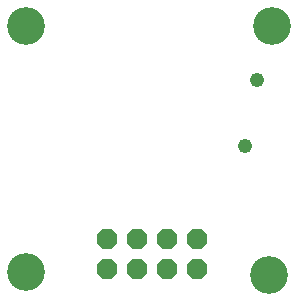
<source format=gbr>
G04 EAGLE Gerber X2 export*
%TF.Part,Single*%
%TF.FileFunction,Soldermask,Bot,1*%
%TF.FilePolarity,Negative*%
%TF.GenerationSoftware,Autodesk,EAGLE,9.1.2*%
%TF.CreationDate,2020-01-29T09:54:46Z*%
G75*
%MOMM*%
%FSLAX34Y34*%
%LPD*%
%AMOC8*
5,1,8,0,0,1.08239X$1,22.5*%
G01*
%ADD10C,3.203200*%
%ADD11P,1.869504X8X22.500000*%
%ADD12C,1.209600*%


D10*
X22860Y22860D03*
X228600Y20320D03*
X231140Y231140D03*
X22860Y231140D03*
D11*
X91440Y25400D03*
X116840Y25400D03*
X142240Y25400D03*
X167640Y25400D03*
X91440Y50800D03*
X116840Y50800D03*
X142240Y50800D03*
X167640Y50800D03*
D12*
X218440Y185420D03*
X208280Y129540D03*
M02*

</source>
